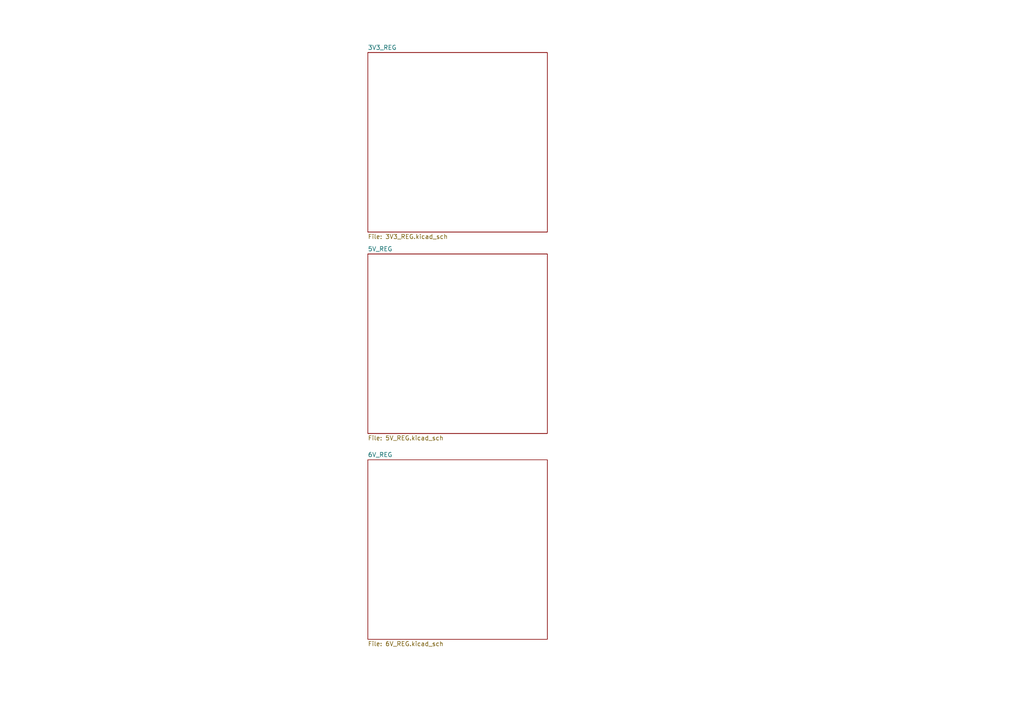
<source format=kicad_sch>
(kicad_sch (version 20211123) (generator eeschema)
  (paper "A4")
  (title_block (title "Regulators Heirarchical Sheet") (date "2022-09-06") (rev "3.1"))
  (lib_symbols)
  (sheet (at 106.68 133.35) (size 52.07 52.07) (stroke (width 0.1524))
    (property "Sheet name" "6V_REG" (at 106.68 132.6384 0) (effects (justify left bottom)))
    (property "Sheet file" "6V_REG.kicad_sch" (at 106.68 186.0046 0) (effects (justify left top)))
  )
  (sheet (at 106.68 73.66) (size 52.07 52.07) (stroke (width 0.1524))
    (property "Sheet name" "5V_REG" (at 106.68 72.9484 0) (effects (justify left bottom)))
    (property "Sheet file" "5V_REG.kicad_sch" (at 106.68 126.3146 0) (effects (justify left top)))
  )
  (sheet (at 106.68 15.24) (size 52.07 52.07) (stroke (width 0.1524))
    (property "Sheet name" "3V3_REG" (at 106.68 14.5284 0) (effects (justify left bottom)))
    (property "Sheet file" "3V3_REG.kicad_sch" (at 106.68 67.8946 0) (effects (justify left top)))
  )
)
</source>
